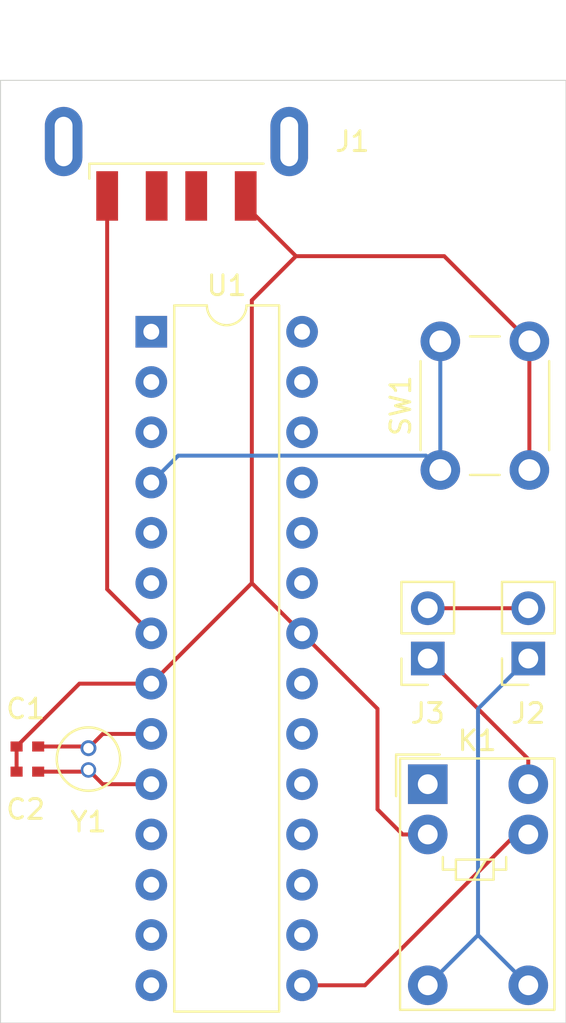
<source format=kicad_pcb>
(kicad_pcb (version 20240108) (generator "pcbnew") (generator_version "8.0")
  (layers (0 "F.Cu" signal) (31 "B.Cu" signal) (34 "B.Paste" user) (35 "F.Paste" user) (36 "B.SilkS" user "B.Silkscreen") (37 "F.SilkS" user "F.Silkscreen") (38 "B.Mask" user) (39 "F.Mask" user) (44 "Edge.Cuts" user))
  (net 0 "")
  (net 1 "GND")
  (net 2 "Net-(U1-XTAL1{slash}PB6)")
  (net 3 "Net-(U1-XTAL2{slash}PB7)")
  (net 4 "Net-(J1-VBUS)")
  (net 8 "Net-(J2-Pin_1)")
  (net 9 "Net-(J2-Pin_2)")
  (net 10 "Net-(J3-Pin_1)")
  (net 12 "Net-(U1-PB1)")
  (net 13 "Net-(U1-PD2)")
  (footprint "Relay_THT:Relay_SPDT_Omron_G5V-1" (layer "F.Cu") (at 149.86 101.6)
    (property "Reference" "K1" (at 2.5 -2.2 0) (layer "F.SilkS"))
    (property "Value" "G5V-1-DC3" (hide yes))
    (fp_line (start -1.6 -1.5) (end 0.6 -1.5) (stroke (width 0.12)) (layer "F.SilkS"))
    (fp_line (start -1.6 0.6) (end -1.6 -1.5) (stroke (width 0.12)) (layer "F.SilkS"))
    (fp_line (start -1.4 -1.3) (end 6.4 -1.3) (stroke (width 0.12)) (layer "F.SilkS"))
    (fp_line (start -1.4 11.4) (end -1.4 -1.3) (stroke (width 0.12)) (layer "F.SilkS"))
    (fp_line (start 0.762 3.683) (end 0.762 4.318) (stroke (width 0.12)) (layer "F.SilkS"))
    (fp_line (start 0.762 4.318) (end 1.422 4.318) (stroke (width 0.12)) (layer "F.SilkS"))
    (fp_line (start 1.422 3.81) (end 1.422 4.826) (stroke (width 0.12)) (layer "F.SilkS"))
    (fp_line (start 1.422 4.826) (end 3.327 4.826) (stroke (width 0.12)) (layer "F.SilkS"))
    (fp_line (start 2.946 3.81) (end 2.311 4.826) (stroke (width 0.12)) (layer "F.SilkS"))
    (fp_line (start 3.327 3.81) (end 1.422 3.81) (stroke (width 0.12)) (layer "F.SilkS"))
    (fp_line (start 3.327 3.81) (end 3.327 4.826) (stroke (width 0.12)) (layer "F.SilkS"))
    (fp_line (start 3.962 3.683) (end 3.962 4.318) (stroke (width 0.12)) (layer "F.SilkS"))
    (fp_line (start 3.962 4.318) (end 3.327 4.318) (stroke (width 0.12)) (layer "F.SilkS"))
    (fp_line (start 6.4 -1.3) (end 6.4 11.4) (stroke (width 0.12)) (layer "F.SilkS"))
    (fp_line (start 6.4 11.4) (end -1.4 11.4) (stroke (width 0.12)) (layer "F.SilkS"))
    (pad "1" thru_hole rect (at 0 0) (size 2 2) (drill 1) (layers "*.Cu" "*.Mask"))
    (pad "2" thru_hole circle (at 0 2.54) (size 2 2) (drill 1) (layers "*.Cu" "*.Mask") (net 1 "GND"))
    (pad "5" thru_hole circle (at 0 10.16) (size 2 2) (drill 1) (layers "*.Cu" "*.Mask") (net 8 "Net-(J2-Pin_1)"))
    (pad "6" thru_hole circle (at 5.08 10.16) (size 2 2) (drill 1) (layers "*.Cu" "*.Mask") (net 8 "Net-(J2-Pin_1)"))
    (pad "9" thru_hole circle (at 5.08 2.54) (size 2 2) (drill 1) (layers "*.Cu" "*.Mask") (net 12 "Net-(U1-PB1)"))
    (pad "10" thru_hole circle (at 5.08 0) (size 2 2) (drill 1) (layers "*.Cu" "*.Mask") (net 10 "Net-(J3-Pin_1)"))
  )
  (footprint "GRM1555C1H270JA01D:GRM1555C1H270JA01D" (layer "F.Cu") (at 129.6289 99.695 180)
    (property "Reference" "C1" (at 0.0889 1.905 0) (layer "F.SilkS"))
    (property "Value" "CAPH" (hide yes))
    (pad "1" smd rect (at -0.5461 0 180) (size 0.6096 0.508) (layers "F.Cu" "F.Paste" "F.Mask") (net 2 "Net-(U1-XTAL1{slash}PB6)"))
    (pad "2" smd rect (at 0.5461 0 180) (size 0.6096 0.508) (layers "F.Cu" "F.Paste" "F.Mask") (net 1 "GND"))
  )
  (footprint "Button_Switch_THT:SW_PUSH_6mm_H5mm" (layer "F.Cu") (at 150.495 85.725 90)
    (property "Reference" "SW1" (at 3.25 -2 90) (layer "F.SilkS"))
    (property "Value" "SW_Push" (hide yes))
    (fp_line (start 5.5 -1) (end 1 -1) (stroke (width 0.12)) (layer "F.SilkS"))
    (fp_line (start -0.25 1.5) (end -0.25 3) (stroke (width 0.12)) (layer "F.SilkS"))
    (fp_line (start 6.75 3) (end 6.75 1.5) (stroke (width 0.12)) (layer "F.SilkS"))
    (fp_line (start 1 5.5) (end 5.5 5.5) (stroke (width 0.12)) (layer "F.SilkS"))
    (pad "1" thru_hole circle (at 0 0 180) (size 2 2) (drill 1.1) (layers "*.Cu" "*.Mask") (net 13 "Net-(U1-PD2)"))
    (pad "1" thru_hole circle (at 6.5 0 180) (size 2 2) (drill 1.1) (layers "*.Cu" "*.Mask") (net 13 "Net-(U1-PD2)"))
    (pad "2" thru_hole circle (at 0 4.5 180) (size 2 2) (drill 1.1) (layers "*.Cu" "*.Mask") (net 1 "GND"))
    (pad "2" thru_hole circle (at 6.5 4.5 180) (size 2 2) (drill 1.1) (layers "*.Cu" "*.Mask") (net 1 "GND"))
  )
  (footprint "Package_DIP:DIP-28_W7.62mm" (layer "F.Cu") (at 135.89 78.74)
    (property "Reference" "U1" (at 3.81 -2.33 0) (layer "F.SilkS"))
    (property "Value" "ATmega328P-P" (hide yes))
    (fp_line (start 1.16 -1.33) (end 1.16 34.35) (stroke (width 0.12)) (layer "F.SilkS"))
    (fp_line (start 1.16 34.35) (end 6.46 34.35) (stroke (width 0.12)) (layer "F.SilkS"))
    (fp_line (start 2.81 -1.33) (end 1.16 -1.33) (stroke (width 0.12)) (layer "F.SilkS"))
    (fp_line (start 6.46 -1.33) (end 4.81 -1.33) (stroke (width 0.12)) (layer "F.SilkS"))
    (fp_line (start 6.46 34.35) (end 6.46 -1.33) (stroke (width 0.12)) (layer "F.SilkS"))
    (fp_arc (start 4.81 -1.33) (mid 3.81 -0.33) (end 2.81 -1.33) (stroke (width 0.12)) (layer "F.SilkS"))
    (pad "1" thru_hole rect (at 0 0) (size 1.6 1.6) (drill 0.8) (layers "*.Cu" "*.Mask"))
    (pad "2" thru_hole oval (at 0 2.54) (size 1.6 1.6) (drill 0.8) (layers "*.Cu" "*.Mask"))
    (pad "3" thru_hole oval (at 0 5.08) (size 1.6 1.6) (drill 0.8) (layers "*.Cu" "*.Mask"))
    (pad "4" thru_hole oval (at 0 7.62) (size 1.6 1.6) (drill 0.8) (layers "*.Cu" "*.Mask") (net 13 "Net-(U1-PD2)"))
    (pad "5" thru_hole oval (at 0 10.16) (size 1.6 1.6) (drill 0.8) (layers "*.Cu" "*.Mask"))
    (pad "6" thru_hole oval (at 0 12.7) (size 1.6 1.6) (drill 0.8) (layers "*.Cu" "*.Mask"))
    (pad "7" thru_hole oval (at 0 15.24) (size 1.6 1.6) (drill 0.8) (layers "*.Cu" "*.Mask") (net 4 "Net-(J1-VBUS)"))
    (pad "8" thru_hole oval (at 0 17.78) (size 1.6 1.6) (drill 0.8) (layers "*.Cu" "*.Mask") (net 1 "GND"))
    (pad "9" thru_hole oval (at 0 20.32) (size 1.6 1.6) (drill 0.8) (layers "*.Cu" "*.Mask") (net 2 "Net-(U1-XTAL1{slash}PB6)"))
    (pad "10" thru_hole oval (at 0 22.86) (size 1.6 1.6) (drill 0.8) (layers "*.Cu" "*.Mask") (net 3 "Net-(U1-XTAL2{slash}PB7)"))
    (pad "11" thru_hole oval (at 0 25.4) (size 1.6 1.6) (drill 0.8) (layers "*.Cu" "*.Mask"))
    (pad "12" thru_hole oval (at 0 27.94) (size 1.6 1.6) (drill 0.8) (layers "*.Cu" "*.Mask"))
    (pad "13" thru_hole oval (at 0 30.48) (size 1.6 1.6) (drill 0.8) (layers "*.Cu" "*.Mask"))
    (pad "14" thru_hole oval (at 0 33.02) (size 1.6 1.6) (drill 0.8) (layers "*.Cu" "*.Mask"))
    (pad "15" thru_hole oval (at 7.62 33.02) (size 1.6 1.6) (drill 0.8) (layers "*.Cu" "*.Mask") (net 12 "Net-(U1-PB1)"))
    (pad "16" thru_hole oval (at 7.62 30.48) (size 1.6 1.6) (drill 0.8) (layers "*.Cu" "*.Mask"))
    (pad "17" thru_hole oval (at 7.62 27.94) (size 1.6 1.6) (drill 0.8) (layers "*.Cu" "*.Mask"))
    (pad "18" thru_hole oval (at 7.62 25.4) (size 1.6 1.6) (drill 0.8) (layers "*.Cu" "*.Mask"))
    (pad "19" thru_hole oval (at 7.62 22.86) (size 1.6 1.6) (drill 0.8) (layers "*.Cu" "*.Mask"))
    (pad "20" thru_hole oval (at 7.62 20.32) (size 1.6 1.6) (drill 0.8) (layers "*.Cu" "*.Mask"))
    (pad "21" thru_hole oval (at 7.62 17.78) (size 1.6 1.6) (drill 0.8) (layers "*.Cu" "*.Mask"))
    (pad "22" thru_hole oval (at 7.62 15.24) (size 1.6 1.6) (drill 0.8) (layers "*.Cu" "*.Mask") (net 1 "GND"))
    (pad "23" thru_hole oval (at 7.62 12.7) (size 1.6 1.6) (drill 0.8) (layers "*.Cu" "*.Mask"))
    (pad "24" thru_hole oval (at 7.62 10.16) (size 1.6 1.6) (drill 0.8) (layers "*.Cu" "*.Mask"))
    (pad "25" thru_hole oval (at 7.62 7.62) (size 1.6 1.6) (drill 0.8) (layers "*.Cu" "*.Mask"))
    (pad "26" thru_hole oval (at 7.62 5.08) (size 1.6 1.6) (drill 0.8) (layers "*.Cu" "*.Mask"))
    (pad "27" thru_hole oval (at 7.62 2.54) (size 1.6 1.6) (drill 0.8) (layers "*.Cu" "*.Mask"))
    (pad "28" thru_hole oval (at 7.62 0) (size 1.6 1.6) (drill 0.8) (layers "*.Cu" "*.Mask"))
  )
  (footprint "Connector_USB:USB_A_CNCTech_1001-011-01101_Horizontal" (layer "F.Cu") (at 137.16 62.23 90)
    (property "Reference" "J1" (at -6.9 8.89 180) (layer "F.SilkS"))
    (property "Value" "USB_A" (hide yes))
    (fp_line (start -8.02 -4.4) (end -8.775 -4.4) (stroke (width 0.12)) (layer "F.SilkS"))
    (fp_line (start -8.02 -4.4) (end -8.02 4.4) (stroke (width 0.12)) (layer "F.SilkS"))
    (pad "" np_thru_hole circle (at -6.9 -2.3 90) (size 1.1 1.1) (drill 1.1) (layers "*.Cu" "*.Mask"))
    (pad "" np_thru_hole circle (at -6.9 2.3 90) (size 1.1 1.1) (drill 1.1) (layers "*.Cu" "*.Mask"))
    (pad "1" smd rect (at -9.65 -3.5 90) (size 2.5 1.1) (layers "F.Cu" "F.Paste" "F.Mask") (net 4 "Net-(J1-VBUS)"))
    (pad "2" smd rect (at -9.65 -1 90) (size 2.5 1.1) (layers "F.Cu" "F.Paste" "F.Mask"))
    (pad "3" smd rect (at -9.65 1 90) (size 2.5 1.1) (layers "F.Cu" "F.Paste" "F.Mask"))
    (pad "4" smd rect (at -9.65 3.5 90) (size 2.5 1.1) (layers "F.Cu" "F.Paste" "F.Mask") (net 1 "GND"))
    (pad "5" thru_hole oval (at -6.9 -5.7 90) (size 3.5 1.9) (drill oval 2.5 0.9) (layers "*.Cu" "*.Mask"))
    (pad "5" thru_hole oval (at -6.9 5.7 90) (size 3.5 1.9) (drill oval 2.5 0.9) (layers "*.Cu" "*.Mask"))
  )
  (footprint "Connector_PinSocket_2.54mm:PinSocket_1x02_P2.54mm_Vertical" (layer "F.Cu") (at 149.86 95.25 180)
    (property "Reference" "J3" (at 0 -2.77 0) (layer "F.SilkS"))
    (property "Value" "Conn_01x02" (hide yes))
    (fp_line (start 1.33 1.27) (end 1.33 3.87) (stroke (width 0.12)) (layer "F.SilkS"))
    (fp_line (start 1.33 -1.33) (end 1.33 0) (stroke (width 0.12)) (layer "F.SilkS"))
    (fp_line (start 0 -1.33) (end 1.33 -1.33) (stroke (width 0.12)) (layer "F.SilkS"))
    (fp_line (start -1.33 3.87) (end 1.33 3.87) (stroke (width 0.12)) (layer "F.SilkS"))
    (fp_line (start -1.33 1.27) (end 1.33 1.27) (stroke (width 0.12)) (layer "F.SilkS"))
    (fp_line (start -1.33 1.27) (end -1.33 3.87) (stroke (width 0.12)) (layer "F.SilkS"))
    (pad "1" thru_hole rect (at 0 0 180) (size 1.7 1.7) (drill 1) (layers "*.Cu" "*.Mask") (net 10 "Net-(J3-Pin_1)"))
    (pad "2" thru_hole oval (at 0 2.54 180) (size 1.7 1.7) (drill 1) (layers "*.Cu" "*.Mask") (net 9 "Net-(J2-Pin_2)"))
  )
  (footprint "Connector_PinSocket_2.54mm:PinSocket_1x02_P2.54mm_Vertical" (layer "F.Cu") (at 154.94 95.25 180)
    (property "Reference" "J2" (at 0 -2.77 0) (layer "F.SilkS"))
    (property "Value" "Conn_01x02" (hide yes))
    (fp_line (start 1.33 1.27) (end 1.33 3.87) (stroke (width 0.12)) (layer "F.SilkS"))
    (fp_line (start 1.33 -1.33) (end 1.33 0) (stroke (width 0.12)) (layer "F.SilkS"))
    (fp_line (start 0 -1.33) (end 1.33 -1.33) (stroke (width 0.12)) (layer "F.SilkS"))
    (fp_line (start -1.33 3.87) (end 1.33 3.87) (stroke (width 0.12)) (layer "F.SilkS"))
    (fp_line (start -1.33 1.27) (end 1.33 1.27) (stroke (width 0.12)) (layer "F.SilkS"))
    (fp_line (start -1.33 1.27) (end -1.33 3.87) (stroke (width 0.12)) (layer "F.SilkS"))
    (pad "1" thru_hole rect (at 0 0 180) (size 1.7 1.7) (drill 1) (layers "*.Cu" "*.Mask") (net 8 "Net-(J2-Pin_1)"))
    (pad "2" thru_hole oval (at 0 2.54 180) (size 1.7 1.7) (drill 1) (layers "*.Cu" "*.Mask") (net 9 "Net-(J2-Pin_2)"))
  )
  (footprint "GRM1555C1H270JA01D:GRM1555C1H270JA01D" (layer "F.Cu") (at 129.6289 100.965 180)
    (property "Reference" "C2" (at 0.0889 -1.905 0) (layer "F.SilkS"))
    (property "Value" "CAPH" (hide yes))
    (pad "1" smd rect (at -0.5461 0 180) (size 0.6096 0.508) (layers "F.Cu" "F.Paste" "F.Mask") (net 3 "Net-(U1-XTAL2{slash}PB7)"))
    (pad "2" smd rect (at 0.5461 0 180) (size 0.6096 0.508) (layers "F.Cu" "F.Paste" "F.Mask") (net 1 "GND"))
  )
  (footprint "ECS_160_18_9X:XTAL_ECS-160-18-9X" (layer "F.Cu") (at 132.715 100.33 90)
    (property "Reference" "Y1" (at -3.175 0 180) (layer "F.SilkS"))
    (property "Value" "ECS-160-18-9X" (hide yes))
    (fp_circle (center 0 0) (end 1.6 0) (stroke (width 0.127)) (fill none) (layer "F.SilkS"))
    (pad "1" thru_hole circle (at -0.55 0 90) (size 0.7825 0.7825) (drill 0.52) (layers "*.Cu" "*.Mask") (net 3 "Net-(U1-XTAL2{slash}PB7)"))
    (pad "2" thru_hole circle (at 0.55 0 90) (size 0.805 0.805) (drill 0.52) (layers "*.Cu" "*.Mask") (net 2 "Net-(U1-XTAL1{slash}PB6)"))
  )
  (gr_line (start 128.27 113.665) (end 156.845 113.665) (stroke (width 0.05)) (layer "Edge.Cuts"))
  (gr_line (start 156.845 113.665) (end 156.845 66.04) (stroke (width 0.05)) (layer "Edge.Cuts"))
  (gr_line (start 156.845 66.04) (end 128.27 66.04) (stroke (width 0.05)) (layer "Edge.Cuts"))
  (gr_line (start 128.27 66.04) (end 128.27 113.665) (stroke (width 0.05)) (layer "Edge.Cuts"))
  (segment (start 135.89 96.52) (end 140.97 91.44) (width 0.2) (layer "F.Cu") (net 1))
  (segment (start 143.2 74.9225) (end 140.66 72.3825) (width 0.2) (layer "F.Cu") (net 1))
  (segment (start 154.995 79.225) (end 154.995 85.725) (width 0.2) (layer "F.Cu") (net 1))
  (segment (start 147.32 97.79) (end 147.32 102.87) (width 0.2) (layer "F.Cu") (net 1))
  (segment (start 154.995 79.225) (end 150.6925 74.9225) (width 0.2) (layer "F.Cu") (net 1))
  (segment (start 147.32 102.87) (end 148.59 104.14) (width 0.2) (layer "F.Cu") (net 1))
  (segment (start 132.2578 96.52) (end 135.89 96.52) (width 0.2) (layer "F.Cu") (net 1))
  (segment (start 129.0828 99.695) (end 132.2578 96.52) (width 0.2) (layer "F.Cu") (net 1))
  (segment (start 129.0828 100.965) (end 129.0828 99.695) (width 0.2) (layer "F.Cu") (net 1))
  (segment (start 140.97 91.44) (end 140.97 77.1525) (width 0.2) (layer "F.Cu") (net 1))
  (segment (start 140.66 72.3825) (end 140.66 71.88) (width 0.2) (layer "F.Cu") (net 1))
  (segment (start 143.51 93.98) (end 143.51 93.345) (width 0.2) (layer "F.Cu") (net 1))
  (segment (start 150.6925 74.9225) (end 143.2 74.9225) (width 0.2) (layer "F.Cu") (net 1))
  (segment (start 148.59 104.14) (end 149.86 104.14) (width 0.2) (layer "F.Cu") (net 1))
  (segment (start 143.51 93.98) (end 140.97 91.44) (width 0.2) (layer "F.Cu") (net 1))
  (segment (start 143.51 93.98) (end 147.32 97.79) (width 0.2) (layer "F.Cu") (net 1))
  (segment (start 140.97 77.1525) (end 143.2 74.9225) (width 0.2) (layer "F.Cu") (net 1))
  (segment (start 130.175 99.695) (end 132.63 99.695) (width 0.2) (layer "F.Cu") (net 2))
  (segment (start 132.715 99.78) (end 133.435 99.06) (width 0.2) (layer "F.Cu") (net 2))
  (segment (start 132.63 99.695) (end 132.715 99.78) (width 0.2) (layer "F.Cu") (net 2))
  (segment (start 133.435 99.06) (end 135.89 99.06) (width 0.2) (layer "F.Cu") (net 2))
  (segment (start 130.175 100.965) (end 132.63 100.965) (width 0.2) (layer "F.Cu") (net 3))
  (segment (start 132.715 100.88) (end 133.435 101.6) (width 0.2) (layer "F.Cu") (net 3))
  (segment (start 132.63 100.965) (end 132.715 100.88) (width 0.2) (layer "F.Cu") (net 3))
  (segment (start 133.435 101.6) (end 135.89 101.6) (width 0.2) (layer "F.Cu") (net 3))
  (segment (start 135.89 93.98) (end 133.66 91.75) (width 0.2) (layer "F.Cu") (net 4))
  (segment (start 133.66 91.75) (end 133.66 71.88) (width 0.2) (layer "F.Cu") (net 4))
  (segment (start 154.94 95.25) (end 152.4 97.79) (width 0.2) (layer "B.Cu") (net 8))
  (segment (start 152.4 109.22) (end 149.86 111.76) (width 0.2) (layer "B.Cu") (net 8))
  (segment (start 152.4 97.79) (end 152.4 109.22) (width 0.2) (layer "B.Cu") (net 8))
  (segment (start 152.4 109.22) (end 154.94 111.76) (width 0.2) (layer "B.Cu") (net 8))
  (segment (start 149.86 92.71) (end 154.94 92.71) (width 0.2) (layer "F.Cu") (net 9))
  (segment (start 154.94 100.33) (end 154.94 101.6) (width 0.2) (layer "F.Cu") (net 10))
  (segment (start 149.86 95.25) (end 154.94 100.33) (width 0.2) (layer "F.Cu") (net 10))
  (segment (start 146.685 111.76) (end 154.305 104.14) (width 0.2) (layer "F.Cu") (net 12))
  (segment (start 154.305 104.14) (end 154.94 104.14) (width 0.2) (layer "F.Cu") (net 12))
  (segment (start 143.51 111.76) (end 146.685 111.76) (width 0.2) (layer "F.Cu") (net 12))
  (segment (start 135.89 86.36) (end 137.25 85) (width 0.2) (layer "B.Cu") (net 13))
  (segment (start 149.77 85) (end 150.495 85.725) (width 0.2) (layer "B.Cu") (net 13))
  (segment (start 137.25 85) (end 149.77 85) (width 0.2) (layer "B.Cu") (net 13))
  (segment (start 150.495 85.725) (end 150.495 79.225) (width 0.2) (layer "B.Cu") (net 13))
)
</source>
